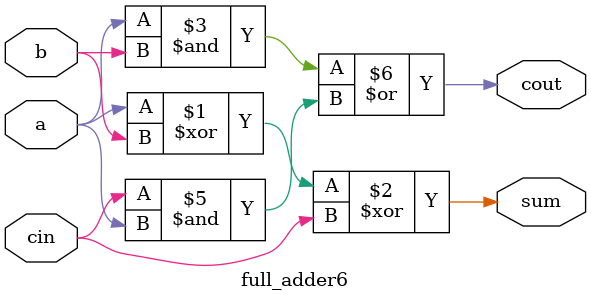
<source format=v>
module full_adder6(a,b,cin,sum,cout);
input a,b,cin;
output sum,cout;
assign sum = a^b^cin;
assign cout = a&b|cin&(a|1'b0); 
// initial begin
//     $display("The incorrect adder with or0 having in2/0");
// end   
endmodule
</source>
